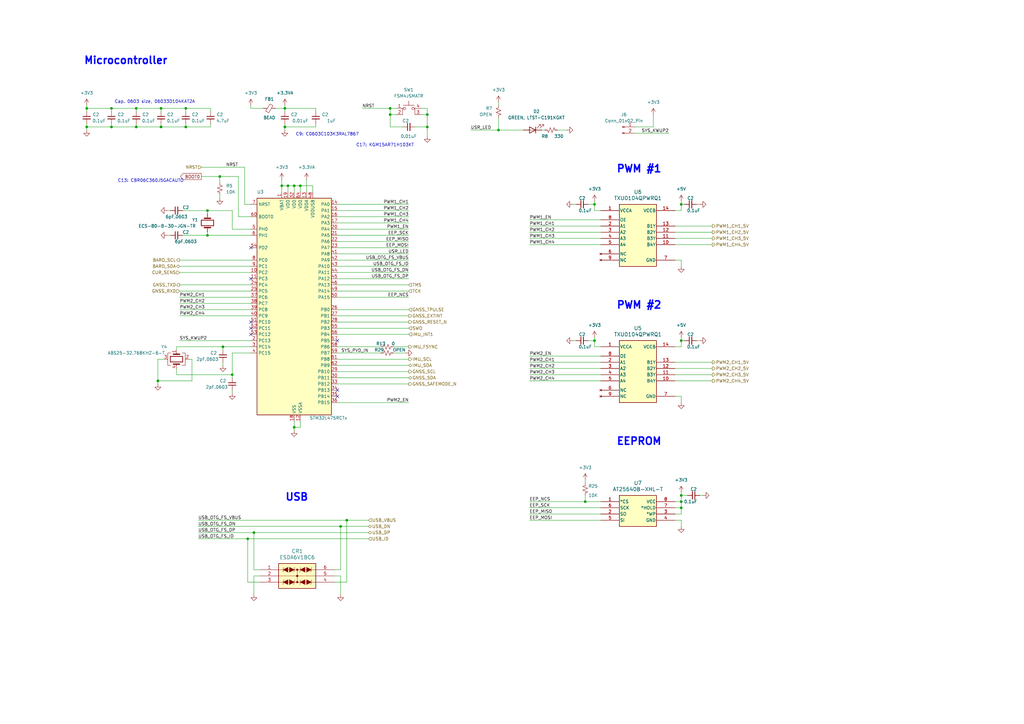
<source format=kicad_sch>
(kicad_sch (version 20230121) (generator eeschema)
  (paper "A3")
  (title_block (title "STM32L475RCT6") (date "2023-08-15") (rev "0.1"))
  (lib_symbols
    (symbol "Connector:Conn_01x02_Pin" (pin_names (offset 1.016) hide)
      (property "Reference" "J" (at 0 2.54 0))
      (property "Value" "Conn_01x02_Pin" (at 0 -5.08 0))
      (symbol "Conn_01x02_Pin_1_1"
        (pin passive line (at 5.08 0 180) (length 3.81) (name "Pin_1") (number "1"))
        (pin passive line (at 5.08 -2.54 180) (length 3.81) (name "Pin_2") (number "2"))
      )
    )
    (symbol "Device:C_Small" (pin_numbers hide) (pin_names (offset 0.254) hide)
      (property "Reference" "C" (at 0.254 1.778 0))
      (property "Value" "C_Small" (at 0.254 -2.032 0))
      (symbol "C_Small_1_1"
        (pin passive line (at 0 2.54 270) (length 2.032) (name "~") (number "1"))
        (pin passive line (at 0 -2.54 90) (length 2.032) (name "~") (number "2"))
      )
    )
    (symbol "Device:Crystal" (pin_numbers hide) (pin_names (offset 1.016) hide)
      (property "Reference" "Y" (at 0 3.81 0))
      (property "Value" "Crystal" (at 0 -3.81 0))
      (symbol "Crystal_1_1"
        (pin passive line (at -3.81 0 0) (length 1.27) (name "1") (number "1"))
        (pin passive line (at 3.81 0 180) (length 1.27) (name "2") (number "2"))
      )
    )
    (symbol "Device:FerriteBead_Small" (pin_numbers hide) (pin_names (offset 0))
      (property "Reference" "FB" (at 1.905 1.27 0))
      (property "Value" "FerriteBead_Small" (at 1.905 -1.27 0))
      (symbol "FerriteBead_Small_1_1"
        (pin passive line (at 0 2.54 270) (length 1.27) (name "~") (number "1"))
        (pin passive line (at 0 -2.54 90) (length 1.27) (name "~") (number "2"))
      )
    )
    (symbol "Device:LED" (pin_numbers hide) (pin_names (offset 1.016) hide)
      (property "Reference" "D" (at 0 2.54 0))
      (property "Value" "LED" (at 0 -2.54 0))
      (symbol "LED_1_1"
        (pin passive line (at -3.81 0 0) (length 2.54) (name "K") (number "1"))
        (pin passive line (at 3.81 0 180) (length 2.54) (name "A") (number "2"))
      )
    )
    (symbol "Device:R_Small_US" (pin_numbers hide) (pin_names (offset 0.254) hide)
      (property "Reference" "R" (at 0.762 0.508 0))
      (property "Value" "R_Small_US" (at 0.762 -1.016 0))
      (symbol "R_Small_US_1_1"
        (pin passive line (at 0 2.54 270) (length 1.016) (name "~") (number "1"))
        (pin passive line (at 0 -2.54 90) (length 1.016) (name "~") (number "2"))
      )
    )
    (symbol "Drone_FCU:AT25640B-XHL-T" (pin_names (offset 0.254))
      (property "Reference" "U" (at 0 10.16 0))
      (property "Value" "AT25640B-XHL-T" (at 2.54 7.62 0))
      (symbol "AT25640B-XHL-T_0_1"
        (pin unspecified line (at -15.24 3.81 0) (length 7.62) (name "*CS") (number "1"))
        (pin output line (at -15.24 -1.27 0) (length 7.62) (name "SO") (number "2"))
        (pin unspecified line (at 15.24 -1.27 180) (length 7.62) (name "*WP") (number "3"))
        (pin power_in line (at 15.24 -3.81 180) (length 7.62) (name "GND") (number "4"))
        (pin input line (at -15.24 -3.81 0) (length 7.62) (name "SI") (number "5"))
        (pin unspecified line (at -15.24 1.27 0) (length 7.62) (name "SCK") (number "6"))
        (pin input line (at 15.24 1.27 180) (length 7.62) (name "*HOLD") (number "7"))
        (pin power_in line (at 15.24 3.81 180) (length 7.62) (name "VCC") (number "8"))
      )
    )
    (symbol "Drone_FCU:Crystal_GND14" (pin_names hide)
      (property "Reference" "U" (at -2.54 5.08 0))
      (property "Value" "Crystal_GND14" (at 7.62 -5.08 0))
      (symbol "Crystal_GND14_1_1"
        (pin passive line (at -3.81 0 0) (length 1.27) (name "1") (number "1"))
        (pin power_out line (at 0 5.08 270) (length 1.27) (name "GND") (number "2"))
        (pin power_out line (at 0 -5.08 90) (length 1.27) (name "GND") (number "3"))
        (pin passive line (at 3.81 0 180) (length 1.27) (name "4") (number "4"))
      )
    )
    (symbol "Drone_FCU:ESDA6V1BC6" (pin_names (offset 0.254) hide)
      (property "Reference" "CR" (at 20.32 6.35 0))
      (property "Value" "ESDA6V1BC6" (at 20.32 3.81 0))
      (symbol "ESDA6V1BC6_0_1"
        (pin unspecified line (at 5.08 0 0) (length 7.62) (name "1") (number "1"))
        (pin unspecified line (at 5.08 -2.54 0) (length 7.62) (name "2") (number "2"))
        (pin unspecified line (at 5.08 -5.08 0) (length 7.62) (name "3") (number "3"))
        (pin unspecified line (at 35.56 -5.08 180) (length 7.62) (name "4") (number "4"))
        (pin unspecified line (at 35.56 -2.54 180) (length 7.62) (name "5") (number "5"))
        (pin unspecified line (at 35.56 0 180) (length 7.62) (name "6") (number "6"))
      )
    )
    (symbol "Drone_FCU:TXU0104QPWRQ1" (pin_names (offset 0.254))
      (property "Reference" "U" (at -6.35 13.97 0))
      (property "Value" "TXU0104QPWRQ1" (at 2.54 -13.97 0))
      (symbol "TXU0104QPWRQ1_0_1"
        (pin power_in line (at -15.24 10.16 0) (length 7.62) (name "VCCA") (number "1"))
        (pin bidirectional line (at 15.24 -3.81 180) (length 7.62) (name "B4Y") (number "10"))
        (pin bidirectional line (at 15.24 -1.27 180) (length 7.62) (name "B3Y") (number "11"))
        (pin bidirectional line (at 15.24 1.27 180) (length 7.62) (name "B2Y") (number "12"))
        (pin bidirectional line (at 15.24 3.81 180) (length 7.62) (name "B1Y") (number "13"))
        (pin power_in line (at 15.24 10.16 180) (length 7.62) (name "VCCB") (number "14"))
        (pin bidirectional line (at -15.24 3.81 0) (length 7.62) (name "A1") (number "2"))
        (pin bidirectional line (at -15.24 1.27 0) (length 7.62) (name "A2") (number "3"))
        (pin bidirectional line (at -15.24 -1.27 0) (length 7.62) (name "A3") (number "4"))
        (pin bidirectional line (at -15.24 -3.81 0) (length 7.62) (name "A4") (number "5"))
        (pin no_connect line (at -15.24 -7.62 0) (length 7.62) (name "NC") (number "6"))
        (pin power_out line (at 15.24 -10.16 180) (length 7.62) (name "GND") (number "7"))
        (pin unspecified line (at -15.24 6.35 0) (length 7.62) (name "OE") (number "8"))
        (pin no_connect line (at -15.24 -10.16 0) (length 7.62) (name "NC") (number "9"))
      )
    )
    (symbol "MCU_ST_STM32L4:STM32L475RCTx"
      (property "Reference" "U" (at -15.24 46.99 0))
      (property "Value" "STM32L475RCTx" (at 10.16 46.99 0))
      (symbol "STM32L475RCTx_1_1"
        (pin power_in line (at -5.08 48.26 270) (length 2.54) (name "VBAT") (number "1"))
        (pin bidirectional line (at -17.78 15.24 0) (length 2.54) (name "PC2") (number "10"))
        (pin bidirectional line (at -17.78 12.7 0) (length 2.54) (name "PC3") (number "11"))
        (pin power_in line (at 2.54 -45.72 90) (length 2.54) (name "VSSA") (number "12"))
        (pin power_in line (at 5.08 48.26 270) (length 2.54) (name "VDDA") (number "13"))
        (pin bidirectional line (at 17.78 43.18 180) (length 2.54) (name "PA0") (number "14"))
        (pin bidirectional line (at 17.78 40.64 180) (length 2.54) (name "PA1") (number "15"))
        (pin bidirectional line (at 17.78 38.1 180) (length 2.54) (name "PA2") (number "16"))
        (pin bidirectional line (at 17.78 35.56 180) (length 2.54) (name "PA3") (number "17"))
        (pin power_in line (at 0 -45.72 90) (length 2.54) (name "VSS") (number "18"))
        (pin power_in line (at -2.54 48.26 270) (length 2.54) (name "VDD") (number "19"))
        (pin bidirectional line (at -17.78 -12.7 0) (length 2.54) (name "PC13") (number "2"))
        (pin bidirectional line (at 17.78 33.02 180) (length 2.54) (name "PA4") (number "20"))
        (pin bidirectional line (at 17.78 30.48 180) (length 2.54) (name "PA5") (number "21"))
        (pin bidirectional line (at 17.78 27.94 180) (length 2.54) (name "PA6") (number "22"))
        (pin bidirectional line (at 17.78 25.4 180) (length 2.54) (name "PA7") (number "23"))
        (pin bidirectional line (at -17.78 10.16 0) (length 2.54) (name "PC4") (number "24"))
        (pin bidirectional line (at -17.78 7.62 0) (length 2.54) (name "PC5") (number "25"))
        (pin bidirectional line (at 17.78 0 180) (length 2.54) (name "PB0") (number "26"))
        (pin bidirectional line (at 17.78 -2.54 180) (length 2.54) (name "PB1") (number "27"))
        (pin bidirectional line (at 17.78 -5.08 180) (length 2.54) (name "PB2") (number "28"))
        (pin bidirectional line (at 17.78 -25.4 180) (length 2.54) (name "PB10") (number "29"))
        (pin bidirectional line (at -17.78 -15.24 0) (length 2.54) (name "PC14") (number "3"))
        (pin bidirectional line (at 17.78 -27.94 180) (length 2.54) (name "PB11") (number "30"))
        (pin passive line (at 0 -45.72 90) (length 2.54) hide (name "VSS") (number "31"))
        (pin power_in line (at 0 48.26 270) (length 2.54) (name "VDD") (number "32"))
        (pin bidirectional line (at 17.78 -30.48 180) (length 2.54) (name "PB12") (number "33"))
        (pin bidirectional line (at 17.78 -33.02 180) (length 2.54) (name "PB13") (number "34"))
        (pin bidirectional line (at 17.78 -35.56 180) (length 2.54) (name "PB14") (number "35"))
        (pin bidirectional line (at 17.78 -38.1 180) (length 2.54) (name "PB15") (number "36"))
        (pin bidirectional line (at -17.78 5.08 0) (length 2.54) (name "PC6") (number "37"))
        (pin bidirectional line (at -17.78 2.54 0) (length 2.54) (name "PC7") (number "38"))
        (pin bidirectional line (at -17.78 0 0) (length 2.54) (name "PC8") (number "39"))
        (pin bidirectional line (at -17.78 -17.78 0) (length 2.54) (name "PC15") (number "4"))
        (pin bidirectional line (at -17.78 -2.54 0) (length 2.54) (name "PC9") (number "40"))
        (pin bidirectional line (at 17.78 22.86 180) (length 2.54) (name "PA8") (number "41"))
        (pin bidirectional line (at 17.78 20.32 180) (length 2.54) (name "PA9") (number "42"))
        (pin bidirectional line (at 17.78 17.78 180) (length 2.54) (name "PA10") (number "43"))
        (pin bidirectional line (at 17.78 15.24 180) (length 2.54) (name "PA11") (number "44"))
        (pin bidirectional line (at 17.78 12.7 180) (length 2.54) (name "PA12") (number "45"))
        (pin bidirectional line (at 17.78 10.16 180) (length 2.54) (name "PA13") (number "46"))
        (pin passive line (at 0 -45.72 90) (length 2.54) hide (name "VSS") (number "47"))
        (pin power_in line (at 7.62 48.26 270) (length 2.54) (name "VDDUSB") (number "48"))
        (pin bidirectional line (at 17.78 7.62 180) (length 2.54) (name "PA14") (number "49"))
        (pin bidirectional line (at -17.78 33.02 0) (length 2.54) (name "PH0") (number "5"))
        (pin bidirectional line (at 17.78 5.08 180) (length 2.54) (name "PA15") (number "50"))
        (pin bidirectional line (at -17.78 -5.08 0) (length 2.54) (name "PC10") (number "51"))
        (pin bidirectional line (at -17.78 -7.62 0) (length 2.54) (name "PC11") (number "52"))
        (pin bidirectional line (at -17.78 -10.16 0) (length 2.54) (name "PC12") (number "53"))
        (pin bidirectional line (at -17.78 25.4 0) (length 2.54) (name "PD2") (number "54"))
        (pin bidirectional line (at 17.78 -7.62 180) (length 2.54) (name "PB3") (number "55"))
        (pin bidirectional line (at 17.78 -10.16 180) (length 2.54) (name "PB4") (number "56"))
        (pin bidirectional line (at 17.78 -12.7 180) (length 2.54) (name "PB5") (number "57"))
        (pin bidirectional line (at 17.78 -15.24 180) (length 2.54) (name "PB6") (number "58"))
        (pin bidirectional line (at 17.78 -17.78 180) (length 2.54) (name "PB7") (number "59"))
        (pin bidirectional line (at -17.78 30.48 0) (length 2.54) (name "PH1") (number "6"))
        (pin input line (at -17.78 38.1 0) (length 2.54) (name "BOOT0") (number "60"))
        (pin bidirectional line (at 17.78 -20.32 180) (length 2.54) (name "PB8") (number "61"))
        (pin bidirectional line (at 17.78 -22.86 180) (length 2.54) (name "PB9") (number "62"))
        (pin passive line (at 0 -45.72 90) (length 2.54) hide (name "VSS") (number "63"))
        (pin power_in line (at 2.54 48.26 270) (length 2.54) (name "VDD") (number "64"))
        (pin input line (at -17.78 43.18 0) (length 2.54) (name "NRST") (number "7"))
        (pin bidirectional line (at -17.78 20.32 0) (length 2.54) (name "PC0") (number "8"))
        (pin bidirectional line (at -17.78 17.78 0) (length 2.54) (name "PC1") (number "9"))
      )
    )
    (symbol "Switch:SW_MEC_5E" (pin_names (offset 1.016) hide)
      (property "Reference" "SW" (at 0.635 5.715 0))
      (property "Value" "SW_MEC_5E" (at 0 -3.175 0))
      (symbol "SW_MEC_5E_0_1"
        (pin passive line (at -5.08 2.54 0) (length 2.54) (name "1") (number "1"))
        (pin passive line (at -5.08 0 0) (length 2.54) (name "2") (number "2"))
        (pin passive line (at 5.08 0 180) (length 2.54) (name "K") (number "3"))
        (pin passive line (at 5.08 2.54 180) (length 2.54) (name "A") (number "4"))
      )
    )
    (symbol "power:+3.3VA" (power) (pin_names (offset 0))
      (property "Value" "+3.3VA" (at 0 3.556 0))
      (symbol "+3.3VA_1_1"
        (pin power_in line (at 0 0 90) (length 0) hide (name "+3.3VA") (number "1"))
      )
    )
    (symbol "power:+3V3" (power) (pin_names (offset 0))
      (property "Value" "+3V3" (at 0 3.556 0))
      (symbol "+3V3_1_1"
        (pin power_in line (at 0 0 90) (length 0) hide (name "+3V3") (number "1"))
      )
    )
    (symbol "power:+5V" (power) (pin_names (offset 0))
      (property "Value" "+5V" (at 0 3.556 0))
      (symbol "+5V_1_1"
        (pin power_in line (at 0 0 90) (length 0) hide (name "+5V") (number "1"))
      )
    )
    (symbol "power:GND" (power) (pin_names (offset 0))
      (property "Value" "GND" (at 0 -3.81 0))
      (symbol "GND_1_1"
        (pin power_in line (at 0 0 270) (length 0) hide (name "GND") (number "1"))
      )
    )
  )
  (junction (at 139.7 215.9))
  (junction (at 90.17 72.39))
  (junction (at 243.84 83.82))
  (junction (at 160.02 46.99))
  (junction (at 76.2 52.07))
  (junction (at 101.6 220.98))
  (junction (at 279.4 208.28))
  (junction (at 104.14 218.44))
  (junction (at 204.47 53.34))
  (junction (at 175.26 46.99))
  (junction (at 116.84 44.45))
  (junction (at 279.4 139.7))
  (junction (at 175.26 52.07))
  (junction (at 123.19 76.2))
  (junction (at 35.56 44.45))
  (junction (at 120.65 76.2))
  (junction (at 64.77 156.21))
  (junction (at 66.04 52.07))
  (junction (at 240.03 205.74))
  (junction (at 45.72 52.07))
  (junction (at 91.44 142.24))
  (junction (at 85.09 86.36))
  (junction (at 95.25 153.67))
  (junction (at 118.11 76.2))
  (junction (at 115.57 76.2))
  (junction (at 55.88 52.07))
  (junction (at 160.02 44.45))
  (junction (at 35.56 52.07))
  (junction (at 279.4 83.82))
  (junction (at 142.24 213.36))
  (junction (at 66.04 44.45))
  (junction (at 45.72 44.45))
  (junction (at 243.84 139.7))
  (junction (at 55.88 44.45))
  (junction (at 116.84 52.07))
  (junction (at 120.65 175.26))
  (junction (at 76.2 44.45))
  (junction (at 279.4 203.2))
  (junction (at 279.4 205.74))
  (junction (at 85.09 96.52))
  (no_connect (at 102.87 132.08))
  (no_connect (at 102.87 101.6))
  (no_connect (at 102.87 134.62))
  (no_connect (at 138.43 160.02))
  (no_connect (at 138.43 139.7))
  (no_connect (at 138.43 162.56))
  (no_connect (at 102.87 137.16))
  (no_connect (at 102.87 114.3))
  (wire (pts (xy 138.43 114.3) (xy 167.64 114.3)))
  (wire (pts (xy 279.4 86.36) (xy 276.86 86.36)))
  (wire (pts (xy 217.17 153.67) (xy 246.38 153.67)))
  (wire (pts (xy 276.86 213.36) (xy 279.4 213.36)))
  (wire (pts (xy 35.56 44.45) (xy 45.72 44.45)))
  (wire (pts (xy 104.14 218.44) (xy 104.14 233.68)))
  (wire (pts (xy 170.18 52.07) (xy 175.26 52.07)))
  (wire (pts (xy 55.88 44.45) (xy 66.04 44.45)))
  (wire (pts (xy 217.17 156.21) (xy 246.38 156.21)))
  (wire (pts (xy 104.14 218.44) (xy 151.13 218.44)))
  (wire (pts (xy 101.6 220.98) (xy 101.6 238.76)))
  (wire (pts (xy 123.19 76.2) (xy 123.19 78.74)))
  (wire (pts (xy 74.93 86.36) (xy 85.09 86.36)))
  (wire (pts (xy 279.4 162.56) (xy 279.4 165.1)))
  (wire (pts (xy 35.56 50.8) (xy 35.56 52.07)))
  (wire (pts (xy 142.24 213.36) (xy 151.13 213.36)))
  (wire (pts (xy 243.84 139.7) (xy 243.84 142.24)))
  (wire (pts (xy 160.02 44.45) (xy 162.56 44.45)))
  (wire (pts (xy 55.88 52.07) (xy 66.04 52.07)))
  (wire (pts (xy 276.86 156.21) (xy 292.1 156.21)))
  (wire (pts (xy 243.84 86.36) (xy 246.38 86.36)))
  (wire (pts (xy 138.43 121.92) (xy 167.64 121.92)))
  (wire (pts (xy 102.87 43.18) (xy 102.87 44.45)))
  (wire (pts (xy 285.75 83.82) (xy 287.02 83.82)))
  (wire (pts (xy 276.86 205.74) (xy 279.4 205.74)))
  (wire (pts (xy 240.03 205.74) (xy 246.38 205.74)))
  (wire (pts (xy 138.43 144.78) (xy 156.21 144.78)))
  (wire (pts (xy 35.56 52.07) (xy 35.56 53.34)))
  (wire (pts (xy 138.43 157.48) (xy 167.64 157.48)))
  (wire (pts (xy 276.86 100.33) (xy 292.1 100.33)))
  (wire (pts (xy 138.43 101.6) (xy 167.64 101.6)))
  (wire (pts (xy 204.47 41.91) (xy 204.47 43.18)))
  (wire (pts (xy 279.4 203.2) (xy 279.4 205.74)))
  (wire (pts (xy 279.4 210.82) (xy 279.4 208.28)))
  (wire (pts (xy 139.7 236.22) (xy 137.16 236.22)))
  (wire (pts (xy 217.17 208.28) (xy 246.38 208.28)))
  (wire (pts (xy 76.2 52.07) (xy 76.2 50.8)))
  (wire (pts (xy 66.04 44.45) (xy 66.04 45.72)))
  (wire (pts (xy 139.7 243.84) (xy 139.7 236.22)))
  (wire (pts (xy 86.36 44.45) (xy 86.36 45.72)))
  (wire (pts (xy 123.19 76.2) (xy 128.27 76.2)))
  (wire (pts (xy 138.43 83.82) (xy 167.64 83.82)))
  (wire (pts (xy 276.86 208.28) (xy 279.4 208.28)))
  (wire (pts (xy 118.11 76.2) (xy 118.11 78.74)))
  (wire (pts (xy 129.54 52.07) (xy 129.54 50.8)))
  (wire (pts (xy 234.95 83.82) (xy 236.22 83.82)))
  (wire (pts (xy 161.29 144.78) (xy 166.37 144.78)))
  (wire (pts (xy 78.74 147.32) (xy 78.74 156.21)))
  (wire (pts (xy 116.84 43.18) (xy 116.84 44.45)))
  (wire (pts (xy 217.17 100.33) (xy 246.38 100.33)))
  (wire (pts (xy 137.16 238.76) (xy 142.24 238.76)))
  (wire (pts (xy 138.43 142.24) (xy 156.21 142.24)))
  (wire (pts (xy 68.58 86.36) (xy 69.85 86.36)))
  (wire (pts (xy 137.16 233.68) (xy 139.7 233.68)))
  (wire (pts (xy 138.43 119.38) (xy 167.64 119.38)))
  (wire (pts (xy 217.17 151.13) (xy 246.38 151.13)))
  (wire (pts (xy 125.73 73.66) (xy 125.73 78.74)))
  (wire (pts (xy 45.72 44.45) (xy 55.88 44.45)))
  (wire (pts (xy 116.84 52.07) (xy 116.84 53.34)))
  (wire (pts (xy 120.65 175.26) (xy 120.65 176.53)))
  (wire (pts (xy 106.68 233.68) (xy 104.14 233.68)))
  (wire (pts (xy 106.68 236.22) (xy 104.14 236.22)))
  (wire (pts (xy 276.86 151.13) (xy 292.1 151.13)))
  (wire (pts (xy 276.86 148.59) (xy 292.1 148.59)))
  (wire (pts (xy 138.43 127) (xy 167.64 127)))
  (wire (pts (xy 102.87 44.45) (xy 107.95 44.45)))
  (wire (pts (xy 73.66 124.46) (xy 102.87 124.46)))
  (wire (pts (xy 85.09 86.36) (xy 95.25 86.36)))
  (wire (pts (xy 81.28 215.9) (xy 139.7 215.9)))
  (wire (pts (xy 35.56 44.45) (xy 35.56 45.72)))
  (wire (pts (xy 120.65 172.72) (xy 120.65 175.26)))
  (wire (pts (xy 161.29 142.24) (xy 167.64 142.24)))
  (wire (pts (xy 281.94 203.2) (xy 279.4 203.2)))
  (wire (pts (xy 86.36 50.8) (xy 86.36 52.07)))
  (wire (pts (xy 82.55 72.39) (xy 90.17 72.39)))
  (wire (pts (xy 74.93 96.52) (xy 85.09 96.52)))
  (wire (pts (xy 138.43 137.16) (xy 167.64 137.16)))
  (wire (pts (xy 73.66 109.22) (xy 102.87 109.22)))
  (wire (pts (xy 138.43 154.94) (xy 167.64 154.94)))
  (wire (pts (xy 217.17 95.25) (xy 246.38 95.25)))
  (wire (pts (xy 228.6 53.34) (xy 232.41 53.34)))
  (wire (pts (xy 82.55 68.58) (xy 100.33 68.58)))
  (wire (pts (xy 138.43 109.22) (xy 167.64 109.22)))
  (wire (pts (xy 81.28 218.44) (xy 104.14 218.44)))
  (wire (pts (xy 77.47 147.32) (xy 78.74 147.32)))
  (wire (pts (xy 138.43 93.98) (xy 167.64 93.98)))
  (wire (pts (xy 91.44 142.24) (xy 102.87 142.24)))
  (wire (pts (xy 138.43 152.4) (xy 167.64 152.4)))
  (wire (pts (xy 115.57 76.2) (xy 118.11 76.2)))
  (wire (pts (xy 279.4 83.82) (xy 279.4 86.36)))
  (wire (pts (xy 45.72 52.07) (xy 45.72 50.8)))
  (wire (pts (xy 160.02 46.99) (xy 160.02 52.07)))
  (wire (pts (xy 72.39 142.24) (xy 91.44 142.24)))
  (wire (pts (xy 100.33 68.58) (xy 100.33 83.82)))
  (wire (pts (xy 175.26 52.07) (xy 175.26 55.88)))
  (wire (pts (xy 279.4 142.24) (xy 276.86 142.24)))
  (wire (pts (xy 116.84 50.8) (xy 116.84 52.07)))
  (wire (pts (xy 72.39 143.51) (xy 72.39 142.24)))
  (wire (pts (xy 276.86 210.82) (xy 279.4 210.82)))
  (wire (pts (xy 279.4 83.82) (xy 280.67 83.82)))
  (wire (pts (xy 91.44 148.59) (xy 91.44 149.86)))
  (wire (pts (xy 240.03 205.74) (xy 240.03 203.2)))
  (wire (pts (xy 279.4 208.28) (xy 279.4 205.74)))
  (wire (pts (xy 118.11 76.2) (xy 120.65 76.2)))
  (wire (pts (xy 267.97 46.99) (xy 267.97 52.07)))
  (wire (pts (xy 241.3 83.82) (xy 243.84 83.82)))
  (wire (pts (xy 68.58 96.52) (xy 69.85 96.52)))
  (wire (pts (xy 104.14 236.22) (xy 104.14 243.84)))
  (wire (pts (xy 113.03 44.45) (xy 116.84 44.45)))
  (wire (pts (xy 138.43 149.86) (xy 167.64 149.86)))
  (wire (pts (xy 123.19 175.26) (xy 123.19 172.72)))
  (wire (pts (xy 279.4 106.68) (xy 279.4 109.22)))
  (wire (pts (xy 279.4 139.7) (xy 280.67 139.7)))
  (wire (pts (xy 76.2 44.45) (xy 86.36 44.45)))
  (wire (pts (xy 95.25 86.36) (xy 95.25 93.98)))
  (wire (pts (xy 175.26 52.07) (xy 175.26 46.99)))
  (wire (pts (xy 217.17 148.59) (xy 246.38 148.59)))
  (wire (pts (xy 85.09 96.52) (xy 102.87 96.52)))
  (wire (pts (xy 64.77 147.32) (xy 67.31 147.32)))
  (wire (pts (xy 285.75 139.7) (xy 287.02 139.7)))
  (wire (pts (xy 85.09 86.36) (xy 85.09 87.63)))
  (wire (pts (xy 100.33 83.82) (xy 102.87 83.82)))
  (wire (pts (xy 243.84 138.43) (xy 243.84 139.7)))
  (wire (pts (xy 116.84 44.45) (xy 129.54 44.45)))
  (wire (pts (xy 90.17 72.39) (xy 90.17 74.93)))
  (wire (pts (xy 142.24 238.76) (xy 142.24 213.36)))
  (wire (pts (xy 85.09 95.25) (xy 85.09 96.52)))
  (wire (pts (xy 288.29 203.2) (xy 287.02 203.2)))
  (wire (pts (xy 240.03 196.85) (xy 240.03 198.12)))
  (wire (pts (xy 97.79 72.39) (xy 97.79 88.9)))
  (wire (pts (xy 116.84 52.07) (xy 129.54 52.07)))
  (wire (pts (xy 66.04 52.07) (xy 76.2 52.07)))
  (wire (pts (xy 276.86 97.79) (xy 292.1 97.79)))
  (wire (pts (xy 95.25 153.67) (xy 95.25 144.78)))
  (wire (pts (xy 115.57 76.2) (xy 115.57 78.74)))
  (wire (pts (xy 138.43 134.62) (xy 167.64 134.62)))
  (wire (pts (xy 95.25 144.78) (xy 102.87 144.78)))
  (wire (pts (xy 138.43 165.1) (xy 167.64 165.1)))
  (wire (pts (xy 90.17 80.01) (xy 90.17 81.28)))
  (wire (pts (xy 243.84 82.55) (xy 243.84 83.82)))
  (wire (pts (xy 160.02 46.99) (xy 160.02 44.45)))
  (wire (pts (xy 222.25 53.34) (xy 223.52 53.34)))
  (wire (pts (xy 172.72 46.99) (xy 175.26 46.99)))
  (wire (pts (xy 276.86 106.68) (xy 279.4 106.68)))
  (wire (pts (xy 234.95 139.7) (xy 236.22 139.7)))
  (wire (pts (xy 217.17 210.82) (xy 246.38 210.82)))
  (wire (pts (xy 72.39 153.67) (xy 95.25 153.67)))
  (wire (pts (xy 243.84 142.24) (xy 246.38 142.24)))
  (wire (pts (xy 115.57 73.66) (xy 115.57 76.2)))
  (wire (pts (xy 279.4 201.93) (xy 279.4 203.2)))
  (wire (pts (xy 260.35 54.61) (xy 274.32 54.61)))
  (wire (pts (xy 217.17 146.05) (xy 246.38 146.05)))
  (wire (pts (xy 73.66 106.68) (xy 102.87 106.68)))
  (wire (pts (xy 279.4 138.43) (xy 279.4 139.7)))
  (wire (pts (xy 260.35 52.07) (xy 267.97 52.07)))
  (wire (pts (xy 91.44 142.24) (xy 91.44 143.51)))
  (wire (pts (xy 175.26 44.45) (xy 175.26 46.99)))
  (wire (pts (xy 138.43 111.76) (xy 167.64 111.76)))
  (wire (pts (xy 138.43 132.08) (xy 167.64 132.08)))
  (wire (pts (xy 45.72 45.72) (xy 45.72 44.45)))
  (wire (pts (xy 138.43 88.9) (xy 167.64 88.9)))
  (wire (pts (xy 95.25 93.98) (xy 102.87 93.98)))
  (wire (pts (xy 138.43 99.06) (xy 167.64 99.06)))
  (wire (pts (xy 162.56 46.99) (xy 160.02 46.99)))
  (wire (pts (xy 276.86 92.71) (xy 292.1 92.71)))
  (wire (pts (xy 217.17 213.36) (xy 246.38 213.36)))
  (wire (pts (xy 193.04 53.34) (xy 204.47 53.34)))
  (wire (pts (xy 66.04 44.45) (xy 76.2 44.45)))
  (wire (pts (xy 64.77 156.21) (xy 64.77 157.48)))
  (wire (pts (xy 138.43 129.54) (xy 167.64 129.54)))
  (wire (pts (xy 279.4 213.36) (xy 279.4 215.9)))
  (wire (pts (xy 129.54 44.45) (xy 129.54 45.72)))
  (wire (pts (xy 35.56 43.18) (xy 35.56 44.45)))
  (wire (pts (xy 73.66 139.7) (xy 102.87 139.7)))
  (wire (pts (xy 138.43 116.84) (xy 167.64 116.84)))
  (wire (pts (xy 172.72 44.45) (xy 175.26 44.45)))
  (wire (pts (xy 81.28 220.98) (xy 101.6 220.98)))
  (wire (pts (xy 148.59 44.45) (xy 160.02 44.45)))
  (wire (pts (xy 106.68 238.76) (xy 101.6 238.76)))
  (wire (pts (xy 243.84 83.82) (xy 243.84 86.36)))
  (wire (pts (xy 76.2 44.45) (xy 76.2 45.72)))
  (wire (pts (xy 241.3 139.7) (xy 243.84 139.7)))
  (wire (pts (xy 276.86 95.25) (xy 292.1 95.25)))
  (wire (pts (xy 95.25 153.67) (xy 95.25 154.94)))
  (wire (pts (xy 73.66 127) (xy 102.87 127)))
  (wire (pts (xy 73.66 111.76) (xy 102.87 111.76)))
  (wire (pts (xy 217.17 205.74) (xy 240.03 205.74)))
  (wire (pts (xy 217.17 97.79) (xy 246.38 97.79)))
  (wire (pts (xy 66.04 50.8) (xy 66.04 52.07)))
  (wire (pts (xy 138.43 104.14) (xy 167.64 104.14)))
  (wire (pts (xy 138.43 96.52) (xy 167.64 96.52)))
  (wire (pts (xy 276.86 162.56) (xy 279.4 162.56)))
  (wire (pts (xy 81.28 213.36) (xy 142.24 213.36)))
  (wire (pts (xy 204.47 48.26) (xy 204.47 53.34)))
  (wire (pts (xy 101.6 220.98) (xy 151.13 220.98)))
  (wire (pts (xy 90.17 72.39) (xy 97.79 72.39)))
  (wire (pts (xy 97.79 88.9) (xy 102.87 88.9)))
  (wire (pts (xy 279.4 139.7) (xy 279.4 142.24)))
  (wire (pts (xy 64.77 156.21) (xy 64.77 147.32)))
  (wire (pts (xy 73.66 116.84) (xy 102.87 116.84)))
  (wire (pts (xy 204.47 53.34) (xy 214.63 53.34)))
  (wire (pts (xy 45.72 52.07) (xy 55.88 52.07)))
  (wire (pts (xy 217.17 90.17) (xy 246.38 90.17)))
  (wire (pts (xy 116.84 44.45) (xy 116.84 45.72)))
  (wire (pts (xy 128.27 76.2) (xy 128.27 78.74)))
  (wire (pts (xy 55.88 44.45) (xy 55.88 45.72)))
  (wire (pts (xy 95.25 160.02) (xy 95.25 161.29)))
  (wire (pts (xy 86.36 52.07) (xy 76.2 52.07)))
  (wire (pts (xy 217.17 92.71) (xy 246.38 92.71)))
  (wire (pts (xy 72.39 151.13) (xy 72.39 153.67)))
  (wire (pts (xy 138.43 91.44) (xy 167.64 91.44)))
  (wire (pts (xy 120.65 76.2) (xy 120.65 78.74)))
  (wire (pts (xy 139.7 215.9) (xy 139.7 233.68)))
  (wire (pts (xy 138.43 106.68) (xy 167.64 106.68)))
  (wire (pts (xy 35.56 52.07) (xy 45.72 52.07)))
  (wire (pts (xy 139.7 215.9) (xy 151.13 215.9)))
  (wire (pts (xy 55.88 50.8) (xy 55.88 52.07)))
  (wire (pts (xy 276.86 153.67) (xy 292.1 153.67)))
  (wire (pts (xy 120.65 175.26) (xy 123.19 175.26)))
  (wire (pts (xy 78.74 156.21) (xy 64.77 156.21)))
  (wire (pts (xy 73.66 119.38) (xy 102.87 119.38)))
  (wire (pts (xy 120.65 76.2) (xy 123.19 76.2)))
  (wire (pts (xy 138.43 86.36) (xy 167.64 86.36)))
  (wire (pts (xy 160.02 52.07) (xy 165.1 52.07)))
  (wire (pts (xy 138.43 147.32) (xy 167.64 147.32)))
  (wire (pts (xy 279.4 82.55) (xy 279.4 83.82)))
  (wire (pts (xy 73.66 129.54) (xy 102.87 129.54)))
  (wire (pts (xy 73.66 121.92) (xy 102.87 121.92)))
  (text "PWM #2" (at 252.73 127 0) (effects (font (size 3 3) (thickness 0.6) bold) (justify left bottom)))
  (text "USB" (at 116.84 205.74 0) (effects (font (size 3 3) (thickness 0.6) bold) (justify left bottom)))
  (text "C9: C0603C103K3RAL7867" (at 121.285 55.88 0) (effects (font (size 1.27 1.27)) (justify left bottom)))
  (text "EEPROM" (at 252.73 182.88 0) (effects (font (size 3 3) (thickness 0.6) bold) (justify left bottom)))
  (text "C17: KGM15AR71H103KT " (at 146.05 60.325 0) (effects (font (size 1.27 1.27)) (justify left bottom)))
  (text "PWM #1" (at 252.73 71.12 0) (effects (font (size 3 3) (thickness 0.6) bold) (justify left bottom)))
  (text "Cap. 0603 size, 06033D104KAT2A" (at 46.99 42.545 0) (effects (font (size 1.27 1.27)) (justify left bottom)))
  (text "C13: CBR06C360J5GACAUTO" (at 48.26 74.93 0) (effects (font (size 1.27 1.27)) (justify left bottom)))
  (text "Microcontroller" (at 34.29 26.67 0) (effects (font (size 3 3) (thickness 0.6) bold) (justify left bottom)))
  (label "SYS_KWUP2" (at 274.32 54.61 180))
  (label "PWM2_CH1" (at 73.66 121.92 0))
  (label "PWM1_CH2" (at 217.17 95.25 0))
  (label "SYS_KWUP2" (at 73.66 139.7 0))
  (label "PWM2_CH3" (at 73.66 127 0))
  (label "EEP_NCS" (at 217.17 205.74 0))
  (label "PWM2_EN" (at 217.17 146.05 0))
  (label "USB_OTG_FS_VBUS" (at 167.64 106.68 180))
  (label "EEP_NCS" (at 167.64 121.92 180))
  (label "NRST" (at 148.59 44.45 0))
  (label "PWM2_CH2" (at 73.66 124.46 0))
  (label "USB_OTG_FS_ID" (at 81.28 220.98 0))
  (label "EEP_SCK" (at 217.17 208.28 0))
  (label "SYS_PVD_IN" (at 151.13 144.78 180))
  (label "PWM1_CH1" (at 217.17 92.71 0))
  (label "NRST" (at 92.71 68.58 0))
  (label "PWM1_CH1" (at 167.64 83.82 180))
  (label "PWM1_EN" (at 167.64 93.98 180))
  (label "EEP_SCK" (at 167.64 96.52 180))
  (label "USB_OTG_FS_DN" (at 81.28 215.9 0))
  (label "EEP_MISO" (at 217.17 210.82 0))
  (label "PWM1_CH4" (at 167.64 91.44 180))
  (label "EEP_MOSI" (at 217.17 213.36 0))
  (label "PWM1_CH4" (at 217.17 100.33 0))
  (label "PWM2_CH4" (at 73.66 129.54 0))
  (label "USB_OTG_FS_ID" (at 167.64 109.22 180))
  (label "USR_LED" (at 193.04 53.34 0))
  (label "PWM1_CH2" (at 167.64 86.36 180))
  (label "USB_OTG_FS_DP" (at 81.28 218.44 0))
  (label "PWM1_EN" (at 217.17 90.17 0))
  (label "PWM2_CH3" (at 217.17 153.67 0))
  (label "PWM1_CH3" (at 217.17 97.79 0))
  (label "PWM2_CH4" (at 217.17 156.21 0))
  (label "PWM2_CH2" (at 217.17 151.13 0))
  (label "USB_OTG_FS_DP" (at 167.64 114.3 180))
  (label "USB_OTG_FS_VBUS" (at 81.28 213.36 0))
  (label "PWM2_CH1" (at 217.17 148.59 0))
  (label "USR_LED" (at 167.64 104.14 180))
  (label "EEP_MOSI" (at 167.64 101.6 180))
  (label "PWM1_CH3" (at 167.64 88.9 180))
  (label "PWM2_EN" (at 167.64 165.1 180))
  (label "USB_OTG_FS_DN" (at 167.64 111.76 180))
  (label "EEP_MISO" (at 167.64 99.06 180))
  (global_label "BOOT0" (shape output) (at 82.55 72.39 180) (property "Intersheetrefs" "${INTERSHEET_REFS}" (effects hide)))
  (hierarchical_label "GNSS_TPULSE" (shape input) (at 167.64 127 0))
  (hierarchical_label "TCK" (shape input) (at 167.64 119.38 0))
  (hierarchical_label "IMU_FSYNC" (shape output) (at 167.64 142.24 0))
  (hierarchical_label "IMU_SCL" (shape output) (at 167.64 147.32 0))
  (hierarchical_label "PWM2_CH1_5V" (shape output) (at 292.1 148.59 0))
  (hierarchical_label "PWM1_CH4_5V" (shape output) (at 292.1 100.33 0))
  (hierarchical_label "USB_ID" (shape input) (at 151.13 220.98 0))
  (hierarchical_label "IMU_SDA" (shape bidirectional) (at 167.64 149.86 0))
  (hierarchical_label "PWM2_CH4_5V" (shape output) (at 292.1 156.21 0))
  (hierarchical_label "PWM2_CH2_5V" (shape output) (at 292.1 151.13 0))
  (hierarchical_label "GNSS_EXTINT" (shape output) (at 167.64 129.54 0))
  (hierarchical_label "PWM1_CH3_5V" (shape output) (at 292.1 97.79 0))
  (hierarchical_label "SWO" (shape input) (at 167.64 134.62 0))
  (hierarchical_label "IMU_INT1" (shape input) (at 167.64 137.16 0))
  (hierarchical_label "USB_DP" (shape bidirectional) (at 151.13 218.44 0))
  (hierarchical_label "GNSS_RESET_N" (shape output) (at 167.64 132.08 0))
  (hierarchical_label "GNSS_RXD" (shape input) (at 73.66 119.38 180))
  (hierarchical_label "PWM1_CH2_5V" (shape output) (at 292.1 95.25 0))
  (hierarchical_label "GNSS_TXD" (shape output) (at 73.66 116.84 180))
  (hierarchical_label "BARO_SCL" (shape output) (at 73.66 106.68 180))
  (hierarchical_label "NRST" (shape input) (at 82.55 68.58 180))
  (hierarchical_label "USB_VBUS" (shape input) (at 151.13 213.36 0))
  (hierarchical_label "TMS" (shape input) (at 167.64 116.84 0))
  (hierarchical_label "USB_DN" (shape bidirectional) (at 151.13 215.9 0))
  (hierarchical_label "GNSS_SCL" (shape output) (at 167.64 152.4 0))
  (hierarchical_label "PWM1_CH1_5V" (shape output) (at 292.1 92.71 0))
  (hierarchical_label "BARO_SDA" (shape bidirectional) (at 73.66 109.22 180))
  (hierarchical_label "CUR_SENS" (shape input) (at 73.66 111.76 180))
  (hierarchical_label "PWM2_CH3_5V" (shape output) (at 292.1 153.67 0))
  (hierarchical_label "GNSS_SDA" (shape bidirectional) (at 167.64 154.94 0))
  (hierarchical_label "GNSS_SAFEMODE_N" (shape output) (at 167.64 157.48 0))
  (symbol (lib_id "power:GND") (at 64.77 157.48 0) (unit 1)
    (property "Reference" "#PWR01" (effects hide))
    (property "Value" "GND" (effects hide))
    (instances (project "fcu_stm32l475" (path "" (reference "#PWR01") (unit 1)) (path "" (reference "#PWR021") (unit 1))))
  )
  (symbol (lib_id "Device:R_Small_US") (at 90.17 77.47 180) (unit 1)
    (property "Reference" "R5" (at 92.71 76.2 0) (effects (justify right)))
    (property "Value" "10K" (at 92.71 78.74 0) (effects (justify right)))
    (property "Footprint" "Resistor_SMD:R_0603_1608Metric_Pad0.98x0.95mm_HandSolder" (effects hide))
  )
  (symbol (lib_id "power:GND") (at 116.84 53.34 0) (unit 1)
    (property "Reference" "#PWR01" (effects hide))
    (property "Value" "GND" (effects hide))
    (instances (project "fcu_stm32l475" (path "" (reference "#PWR01") (unit 1)) (path "" (reference "#PWR024") (unit 1))))
  )
  (symbol (lib_id "Device:C_Small") (at 72.39 86.36 90) (unit 1)
    (property "Reference" "C2" (at 76.2 85.09 90))
    (property "Value" "6pF,0603" (at 72.39 88.9 90))
    (property "Footprint" "Capacitor_SMD:C_0603_1608Metric_Pad1.08x0.95mm_HandSolder" (effects hide))
    (instances (project "fcu_stm32l475" (path "" (reference "C2") (unit 1)) (path "" (reference "C13") (unit 1))))
  )
  (symbol (lib_id "Device:C_Small") (at 76.2 48.26 0) (unit 1)
    (property "Reference" "C2" (at 80.01 46.99 0))
    (property "Value" "0.1uF" (at 81.28 49.53 0))
    (property "Footprint" "Capacitor_SMD:C_0603_1608Metric_Pad1.08x0.95mm_HandSolder" (effects hide))
    (instances (project "fcu_stm32l475" (path "" (reference "C2") (unit 1)) (path "" (reference "C7") (unit 1))))
  )
  (symbol (lib_id "Device:C_Small") (at 55.88 48.26 0) (unit 1)
    (property "Reference" "C2" (at 59.69 46.99 0))
    (property "Value" "0.1uF" (at 60.96 49.53 0))
    (property "Footprint" "Capacitor_SMD:C_0603_1608Metric_Pad1.08x0.95mm_HandSolder" (effects hide))
    (instances (project "fcu_stm32l475" (path "" (reference "C2") (unit 1)) (path "" (reference "C5") (unit 1))))
  )
  (symbol (lib_id "power:+3.3VA") (at 116.84 43.18 0) (unit 1)
    (property "Reference" "#PWR022" (effects hide))
    (property "Value" "+3.3VA" (at 116.84 38.1 0))
  )
  (symbol (lib_id "power:GND") (at 279.4 215.9 0) (mirror y) (unit 1)
    (property "Reference" "#PWR01" (effects hide))
    (property "Value" "GND" (effects hide))
    (instances (project "fcu_stm32l475" (path "" (reference "#PWR01") (unit 1)) (path "" (reference "#PWR04") (unit 1))))
  )
  (symbol (lib_id "power:GND") (at 68.58 96.52 270) (unit 1)
    (property "Reference" "#PWR01" (effects hide))
    (property "Value" "GND" (effects hide))
    (instances (project "fcu_stm32l475" (path "" (reference "#PWR01") (unit 1)) (path "" (reference "#PWR086") (unit 1))))
  )
  (symbol (lib_id "Device:C_Small") (at 95.25 157.48 180) (unit 1)
    (property "Reference" "C2" (at 91.44 156.21 0))
    (property "Value" "2pF,0603" (at 88.9 158.75 0))
    (property "Footprint" "Capacitor_SMD:C_0603_1608Metric_Pad1.08x0.95mm_HandSolder" (effects hide))
    (instances (project "fcu_stm32l475" (path "" (reference "C2") (unit 1)) (path "" (reference "C16") (unit 1))))
  )
  (symbol (lib_id "Drone_FCU:TXU0104QPWRQ1") (at 261.62 96.52 0) (unit 1)
    (property "Reference" "U6" (at 261.62 78.74 0) (effects (font (size 1.524 1.524))))
    (property "Value" "TXU0104QPWRQ1" (at 261.62 81.28 0) (effects (font (size 1.524 1.524))))
    (property "Footprint" "Drone_FCU:TXU0104QPWRQ1" (effects hide))
    (property "Datasheet" "https://www.ti.com/lit/ds/symlink/txu0104-q1.pdf?HQS=dis-mous-null-mousermode-dsf-pf-null-wwe&ts=1692705028050&ref_url=https%253A%252F%252Fwww.mouser.kr%252F" (effects hide))
  )
  (symbol (lib_id "power:GND") (at 68.58 86.36 270) (unit 1)
    (property "Reference" "#PWR01" (effects hide))
    (property "Value" "GND" (effects hide))
    (instances (project "fcu_stm32l475" (path "" (reference "#PWR01") (unit 1)) (path "" (reference "#PWR029") (unit 1))))
  )
  (symbol (lib_id "power:+3V3") (at 279.4 201.93 0) (mirror y) (unit 1)
    (property "Reference" "#PWR048" (effects hide))
    (property "Value" "+3V3" (at 279.4 196.85 0))
  )
  (symbol (lib_id "Device:C_Small") (at 116.84 48.26 0) (unit 1)
    (property "Reference" "C2" (at 120.65 46.99 0))
    (property "Value" "0.01uF" (at 123.19 49.53 0))
    (property "Footprint" "Capacitor_SMD:C_0603_1608Metric_Pad1.08x0.95mm_HandSolder" (effects hide))
    (instances (project "fcu_stm32l475" (path "" (reference "C2") (unit 1)) (path "" (reference "C9") (unit 1))))
  )
  (symbol (lib_id "power:+3V3") (at 243.84 82.55 0) (unit 1)
    (property "Reference" "#PWR030" (effects hide))
    (property "Value" "+3V3" (at 243.84 77.47 0))
  )
  (symbol (lib_id "Switch:SW_MEC_5E") (at 167.64 46.99 0) (unit 1)
    (property "Reference" "SW1" (at 167.64 36.83 0))
    (property "Value" "FSM4JSMATR" (at 167.64 39.37 0))
    (property "Footprint" "Drone_FCU:FSM4JSMATR" (effects hide))
    (property "Datasheet" "http://www.apem.com/int/index.php?controller=attachment&id_attachment=1371" (effects hide))
  )
  (symbol (lib_id "power:GND") (at 91.44 149.86 0) (unit 1)
    (property "Reference" "#PWR01" (effects hide))
    (property "Value" "GND" (effects hide))
    (instances (project "fcu_stm32l475" (path "" (reference "#PWR01") (unit 1)) (path "" (reference "#PWR087") (unit 1))))
  )
  (symbol (lib_id "power:+3V3") (at 204.47 41.91 0) (unit 1)
    (property "Reference" "#PWR042" (effects hide))
    (property "Value" "+3V3" (at 204.47 36.83 0))
  )
  (symbol (lib_id "power:+3V3") (at 240.03 196.85 0) (mirror y) (unit 1)
    (property "Reference" "#PWR080" (effects hide))
    (property "Value" "+3V3" (at 240.03 191.77 0))
  )
  (symbol (lib_id "power:GND") (at 234.95 139.7 270) (mirror x) (unit 1)
    (property "Reference" "#PWR01" (effects hide))
    (property "Value" "GND" (effects hide))
    (instances (project "fcu_stm32l475" (path "" (reference "#PWR01") (unit 1)) (path "" (reference "#PWR037") (unit 1))))
  )
  (symbol (lib_id "Device:C_Small") (at 238.76 139.7 90) (unit 1)
    (property "Reference" "C2" (at 238.76 137.16 90))
    (property "Value" "0.1uF" (at 240.03 142.24 90))
    (property "Footprint" "Capacitor_SMD:C_0603_1608Metric_Pad1.08x0.95mm_HandSolder" (effects hide))
    (instances (project "fcu_stm32l475" (path "" (reference "C2") (unit 1)) (path "" (reference "C20") (unit 1))))
  )
  (symbol (lib_id "power:GND") (at 95.25 161.29 0) (unit 1)
    (property "Reference" "#PWR01" (effects hide))
    (property "Value" "GND" (effects hide))
    (instances (project "fcu_stm32l475" (path "" (reference "#PWR01") (unit 1)) (path "" (reference "#PWR088") (unit 1))))
  )
  (symbol (lib_id "power:GND") (at 175.26 55.88 0) (unit 1)
    (property "Reference" "#PWR01" (effects hide))
    (property "Value" "GND" (effects hide))
    (instances (project "fcu_stm32l475" (path "" (reference "#PWR01") (unit 1)) (path "" (reference "#PWR027") (unit 1))))
  )
  (symbol (lib_id "power:GND") (at 90.17 81.28 0) (unit 1)
    (property "Reference" "#PWR01" (effects hide))
    (property "Value" "GND" (effects hide))
    (instances (project "fcu_stm32l475" (path "" (reference "#PWR01") (unit 1)) (path "" (reference "#PWR028") (unit 1))))
  )
  (symbol (lib_id "power:+3V3") (at 35.56 43.18 0) (unit 1)
    (property "Reference" "#PWR023" (effects hide))
    (property "Value" "+3V3" (at 35.56 38.1 0))
  )
  (symbol (lib_id "Device:C_Small") (at 72.39 96.52 90) (unit 1)
    (property "Reference" "C2" (at 76.2 95.25 90))
    (property "Value" "6pF,0603" (at 76.2 99.06 90))
    (property "Footprint" "Capacitor_SMD:C_0603_1608Metric_Pad1.08x0.95mm_HandSolder" (effects hide))
    (instances (project "fcu_stm32l475" (path "" (reference "C2") (unit 1)) (path "" (reference "C14") (unit 1))))
  )
  (symbol (lib_id "power:+5V") (at 279.4 82.55 0) (unit 1)
    (property "Reference" "#PWR018" (effects hide))
    (property "Value" "+5V" (at 279.4 77.47 0))
    (instances (project "fcu_stm32l475" (path "" (reference "#PWR018") (unit 1)) (path "" (reference "#PWR031") (unit 1))))
  )
  (symbol (lib_id "Connector:Conn_01x02_Pin") (at 255.27 52.07 0) (unit 1)
    (property "Reference" "J6" (at 255.905 46.99 0))
    (property "Value" "Conn_01x02_Pin" (at 255.905 49.53 0))
    (property "Footprint" "Connector_PinSocket_2.54mm:PinSocket_1x02_P2.54mm_Vertical" (effects hide))
  )
  (symbol (lib_id "Device:C_Small") (at 238.76 83.82 90) (unit 1)
    (property "Reference" "C2" (at 238.76 81.28 90))
    (property "Value" "0.1uF" (at 240.03 86.36 90))
    (property "Footprint" "Capacitor_SMD:C_0603_1608Metric_Pad1.08x0.95mm_HandSolder" (effects hide))
    (instances (project "fcu_stm32l475" (path "" (reference "C2") (unit 1)) (path "" (reference "C18") (unit 1))))
  )
  (symbol (lib_id "Device:C_Small") (at 129.54 48.26 0) (unit 1)
    (property "Reference" "C2" (at 133.35 46.99 0))
    (property "Value" "1uF" (at 135.89 49.53 0))
    (property "Footprint" "Capacitor_SMD:C_0603_1608Metric_Pad1.08x0.95mm_HandSolder" (effects hide))
    (instances (project "fcu_stm32l475" (path "" (reference "C2") (unit 1)) (path "" (reference "C10") (unit 1))))
  )
  (symbol (lib_id "Drone_FCU:Crystal_GND14") (at 72.39 147.32 270) (unit 1)
    (property "Reference" "Y4" (at 67.31 142.24 90))
    (property "Value" "ABS25-32.768KHZ-6-T" (at 55.88 144.78 90))
    (property "Footprint" "Drone_FCU:ABS25-32.768KHZ-6-T" (effects hide))
    (property "Datasheet" "https://www.mouser.kr/datasheet/2/3/abs25-35653.pdf" (effects hide))
  )
  (symbol (lib_id "Drone_FCU:AT25640B-XHL-T") (at 261.62 209.55 0) (unit 1)
    (property "Reference" "U7" (at 261.62 198.12 0) (effects (font (size 1.524 1.524))))
    (property "Value" "AT25640B-XHL-T" (at 261.62 200.66 0) (effects (font (size 1.524 1.524))))
    (property "Footprint" "Drone_FCU:AT25640B-XHL-T" (effects hide))
    (property "Datasheet" "https://ww1.microchip.com/downloads/aemDocuments/documents/OTH/ProductDocuments/DataSheets/AT25320B-AT25640B-Data-Sheet-20005993A.pdf" (effects hide))
  )
  (symbol (lib_id "power:GND") (at 232.41 53.34 90) (unit 1)
    (property "Reference" "#PWR01" (effects hide))
    (property "Value" "GND" (effects hide))
    (instances (project "fcu_stm32l475" (path "" (reference "#PWR01") (unit 1)) (path "" (reference "#PWR043") (unit 1))))
  )
  (symbol (lib_id "Device:C_Small") (at 35.56 48.26 0) (unit 1)
    (property "Reference" "C2" (at 39.37 46.99 0))
    (property "Value" "0.1uF" (at 40.64 49.53 0))
    (property "Footprint" "Capacitor_SMD:C_0603_1608Metric_Pad1.08x0.95mm_HandSolder" (effects hide))
    (instances (project "fcu_stm32l475" (path "" (reference "C2") (unit 1)) (path "" (reference "C12") (unit 1))))
  )
  (symbol (lib_id "power:GND") (at 139.7 243.84 0) (unit 1)
    (property "Reference" "#PWR01" (effects hide))
    (property "Value" "GND" (effects hide))
    (instances (project "fcu_stm32l475" (path "" (reference "#PWR01") (unit 1)) (path "" (reference "#PWR045") (unit 1))))
  )
  (symbol (lib_id "power:GND") (at 279.4 109.22 0) (mirror y) (unit 1)
    (property "Reference" "#PWR01" (effects hide))
    (property "Value" "GND" (effects hide))
    (instances (project "fcu_stm32l475" (path "" (reference "#PWR01") (unit 1)) (path "" (reference "#PWR032") (unit 1))))
  )
  (symbol (lib_id "Device:C_Small") (at 283.21 139.7 90) (unit 1)
    (property "Reference" "C2" (at 283.21 137.16 90))
    (property "Value" "0.1uF" (at 284.48 142.24 90))
    (property "Footprint" "Capacitor_SMD:C_0603_1608Metric_Pad1.08x0.95mm_HandSolder" (effects hide))
    (instances (project "fcu_stm32l475" (path "" (reference "C2") (unit 1)) (path "" (reference "C21") (unit 1))))
  )
  (symbol (lib_id "power:GND") (at 234.95 83.82 270) (mirror x) (unit 1)
    (property "Reference" "#PWR01" (effects hide))
    (property "Value" "GND" (effects hide))
    (instances (project "fcu_stm32l475" (path "" (reference "#PWR01") (unit 1)) (path "" (reference "#PWR033") (unit 1))))
  )
  (symbol (lib_id "Device:C_Small") (at 284.48 203.2 270) (mirror x) (unit 1)
    (property "Reference" "C2" (at 284.48 200.66 90))
    (property "Value" "0.1uF" (at 283.21 205.74 90))
    (property "Footprint" "Capacitor_SMD:C_0603_1608Metric_Pad1.08x0.95mm_HandSolder" (effects hide))
    (instances (project "fcu_stm32l475" (path "" (reference "C2") (unit 1)) (path "" (reference "C22") (unit 1))))
  )
  (symbol (lib_id "power:+5V") (at 279.4 138.43 0) (unit 1)
    (property "Reference" "#PWR018" (effects hide))
    (property "Value" "+5V" (at 279.4 133.35 0))
    (instances (project "fcu_stm32l475" (path "" (reference "#PWR018") (unit 1)) (path "" (reference "#PWR039") (unit 1))))
  )
  (symbol (lib_id "power:GND") (at 104.14 243.84 0) (unit 1)
    (property "Reference" "#PWR01" (effects hide))
    (property "Value" "GND" (effects hide))
    (instances (project "fcu_stm32l475" (path "" (reference "#PWR01") (unit 1)) (path "" (reference "#PWR044") (unit 1))))
  )
  (symbol (lib_id "power:GND") (at 166.37 144.78 90) (unit 1)
    (property "Reference" "#PWR01" (effects hide))
    (property "Value" "GND" (effects hide))
    (instances (project "fcu_stm32l475" (path "" (reference "#PWR01") (unit 1)) (path "" (reference "#PWR082") (unit 1))))
  )
  (symbol (lib_id "Device:LED") (at 218.44 53.34 180) (unit 1)
    (property "Reference" "D2" (at 220.0275 45.72 0))
    (property "Value" "GREEN, LTST-C191KGKT" (at 220.0275 48.26 0))
    (property "Footprint" "Capacitor_SMD:C_0603_1608Metric_Pad1.08x0.95mm_HandSolder" (effects hide))
  )
  (symbol (lib_id "power:GND") (at 279.4 165.1 0) (mirror y) (unit 1)
    (property "Reference" "#PWR01" (effects hide))
    (property "Value" "GND" (effects hide))
    (instances (project "fcu_stm32l475" (path "" (reference "#PWR01") (unit 1)) (path "" (reference "#PWR040") (unit 1))))
  )
  (symbol (lib_id "MCU_ST_STM32L4:STM32L475RCTx") (at 120.65 127 0) (unit 1)
    (property "Reference" "U3" (at 105.41 78.74 0) (effects (justify left)))
    (property "Value" "STM32L475RCTx" (at 127 171.45 0) (effects (justify left)))
    (property "Footprint" "Package_QFP:LQFP-64_10x10mm_P0.5mm" (effects hide))
    (property "Datasheet" "https://www.st.com/resource/en/datasheet/stm32l475rc.pdf" (effects hide))
  )
  (symbol (lib_id "Drone_FCU:TXU0104QPWRQ1") (at 261.62 152.4 0) (unit 1)
    (property "Reference" "U5" (at 261.62 134.62 0) (effects (font (size 1.524 1.524))))
    (property "Value" "TXU0104QPWRQ1" (at 261.62 137.16 0) (effects (font (size 1.524 1.524))))
    (property "Footprint" "Drone_FCU:TXU0104QPWRQ1" (effects hide))
    (property "Datasheet" "https://www.ti.com/lit/ds/symlink/txu0104-q1.pdf?HQS=dis-mous-null-mousermode-dsf-pf-null-wwe&ts=1692705028050&ref_url=https%253A%252F%252Fwww.mouser.kr%252F" (effects hide))
  )
  (symbol (lib_id "Device:C_Small") (at 167.64 52.07 90) (unit 1)
    (property "Reference" "C2" (at 166.37 49.53 90))
    (property "Value" "0.01uF" (at 167.64 55.88 90))
    (property "Footprint" "Capacitor_SMD:C_0603_1608Metric_Pad1.08x0.95mm_HandSolder" (effects hide))
    (instances (project "fcu_stm32l475" (path "" (reference "C2") (unit 1)) (path "" (reference "C17") (unit 1))))
  )
  (symbol (lib_id "power:+3V3") (at 267.97 46.99 0) (unit 1)
    (property "Reference" "#PWR083" (effects hide))
    (property "Value" "+3V3" (at 267.97 41.91 0))
  )
  (symbol (lib_id "Device:C_Small") (at 91.44 146.05 180) (unit 1)
    (property "Reference" "C2" (at 87.63 144.78 0))
    (property "Value" "2pF,0603" (at 85.09 147.32 0))
    (property "Footprint" "Capacitor_SMD:C_0603_1608Metric_Pad1.08x0.95mm_HandSolder" (effects hide))
    (instances (project "fcu_stm32l475" (path "" (reference "C2") (unit 1)) (path "" (reference "C15") (unit 1))))
  )
  (symbol (lib_id "Device:R_Small_US") (at 240.03 200.66 0) (mirror y) (unit 1)
    (property "Reference" "R25" (at 241.3 199.39 0) (effects (justify right)))
    (property "Value" "10K" (at 241.3 203.2 0) (effects (justify right)))
    (property "Footprint" "Resistor_SMD:R_0603_1608Metric_Pad0.98x0.95mm_HandSolder" (effects hide))
  )
  (symbol (lib_id "Drone_FCU:ESDA6V1BC6") (at 101.6 233.68 0) (unit 1)
    (property "Reference" "CR1" (at 121.92 226.06 0) (effects (font (size 1.524 1.524))))
    (property "Value" "ESDA6V1BC6" (at 121.92 228.6 0) (effects (font (size 1.524 1.524))))
    (property "Footprint" "Drone_FCU:SOT23-6L_STM" (effects hide))
    (property "Datasheet" "https://www.mouser.kr/datasheet/2/389/esda6v1bc6-1849179.pdf" (effects hide))
  )
  (symbol (lib_id "power:GND") (at 287.02 139.7 90) (mirror x) (unit 1)
    (property "Reference" "#PWR01" (effects hide))
    (property "Value" "GND" (effects hide))
    (instances (project "fcu_stm32l475" (path "" (reference "#PWR01") (unit 1)) (path "" (reference "#PWR041") (unit 1))))
  )
  (symbol (lib_id "Device:Crystal") (at 85.09 91.44 90) (mirror x) (unit 1)
    (property "Reference" "Y1" (at 81.28 90.17 90) (effects (justify left)))
    (property "Value" "ECS-80-8-30-JGN-TR " (at 81.28 92.71 90) (effects (justify left)))
    (property "Footprint" "Drone_FCU:ECS-80-8-30-JGN-TR" (effects hide))
    (property "Datasheet" "https://www.mouser.kr/datasheet/2/122/ecx_53r-1775695.pdf" (effects hide))
  )
  (symbol (lib_id "Device:C_Small") (at 86.36 48.26 0) (unit 1)
    (property "Reference" "C2" (at 90.17 46.99 0))
    (property "Value" "4.7uF" (at 91.44 49.53 0))
    (property "Footprint" "Capacitor_SMD:C_1206_3216Metric_Pad1.33x1.80mm_HandSolder" (effects hide))
    (instances (project "fcu_stm32l475" (path "" (reference "C2") (unit 1)) (path "" (reference "C8") (unit 1))))
  )
  (symbol (lib_id "power:GND") (at 287.02 83.82 90) (mirror x) (unit 1)
    (property "Reference" "#PWR01" (effects hide))
    (property "Value" "GND" (effects hide))
    (instances (project "fcu_stm32l475" (path "" (reference "#PWR01") (unit 1)) (path "" (reference "#PWR034") (unit 1))))
  )
  (symbol (lib_id "Device:C_Small") (at 66.04 48.26 0) (unit 1)
    (property "Reference" "C2" (at 69.85 46.99 0))
    (property "Value" "0.1uF" (at 71.12 49.53 0))
    (property "Footprint" "Capacitor_SMD:C_0603_1608Metric_Pad1.08x0.95mm_HandSolder" (effects hide))
    (instances (project "fcu_stm32l475" (path "" (reference "C2") (unit 1)) (path "" (reference "C6") (unit 1))))
  )
  (symbol (lib_id "Device:C_Small") (at 45.72 48.26 0) (unit 1)
    (property "Reference" "C2" (at 49.53 46.99 0))
    (property "Value" "0.1uF" (at 50.8 49.53 0))
    (property "Footprint" "Capacitor_SMD:C_0603_1608Metric_Pad1.08x0.95mm_HandSolder" (effects hide))
    (instances (project "fcu_stm32l475" (path "" (reference "C2") (unit 1)) (path "" (reference "C11") (unit 1))))
  )
  (symbol (lib_id "Device:R_Small_US") (at 226.06 53.34 270) (mirror x) (unit 1)
    (property "Reference" "R8" (at 224.79 55.88 90) (effects (justify right)))
    (property "Value" "330" (at 231.14 55.88 90) (effects (justify right)))
    (property "Footprint" "Resistor_SMD:R_0603_1608Metric_Pad0.98x0.95mm_HandSolder" (effects hide))
  )
  (symbol (lib_id "Device:C_Small") (at 283.21 83.82 90) (unit 1)
    (property "Reference" "C2" (at 283.21 81.28 90))
    (property "Value" "0.1uF" (at 284.48 86.36 90))
    (property "Footprint" "Capacitor_SMD:C_0603_1608Metric_Pad1.08x0.95mm_HandSolder" (effects hide))
    (instances (project "fcu_stm32l475" (path "" (reference "C2") (unit 1)) (path "" (reference "C19") (unit 1))))
  )
  (symbol (lib_id "Device:FerriteBead_Small") (at 110.49 44.45 90) (unit 1)
    (property "Reference" "FB1" (at 110.49 40.64 90))
    (property "Value" "BEAD" (at 110.49 48.26 90))
    (property "Footprint" "Inductor_SMD:L_0603_1608Metric_Pad1.05x0.95mm_HandSolder" (effects hide))
  )
  (symbol (lib_id "power:+3.3VA") (at 125.73 73.66 0) (unit 1)
    (property "Reference" "#PWR07" (effects hide))
    (property "Value" "+3.3VA" (at 125.73 68.58 0))
  )
  (symbol (lib_id "Device:R_Small_US") (at 158.75 144.78 270) (unit 1)
    (property "Reference" "R29" (at 157.48 143.51 90) (effects (justify right)))
    (property "Value" "OPEN" (at 166.37 143.51 90) (effects (justify right)))
    (property "Footprint" "Resistor_SMD:R_0603_1608Metric_Pad0.98x0.95mm_HandSolder" (effects hide))
  )
  (symbol (lib_id "power:GND") (at 120.65 176.53 0) (unit 1)
    (property "Reference" "#PWR01" (effects hide))
    (property "Value" "GND" (effects hide))
    (instances (project "fcu_stm32l475" (path "" (reference "#PWR01") (unit 1)) (path "" (reference "#PWR019") (unit 1))))
  )
  (symbol (lib_id "Device:R_Small_US") (at 204.47 45.72 0) (mirror x) (unit 1)
    (property "Reference" "R7" (at 201.93 44.45 0) (effects (justify right)))
    (property "Value" "OPEN" (at 201.93 46.99 0) (effects (justify right)))
    (property "Footprint" "Resistor_SMD:R_0603_1608Metric_Pad0.98x0.95mm_HandSolder" (effects hide))
  )
  (symbol (lib_id "power:+3V3") (at 115.57 73.66 0) (unit 1)
    (property "Reference" "#PWR08" (effects hide))
    (property "Value" "+3V3" (at 115.57 68.58 0))
  )
  (symbol (lib_id "power:+3V3") (at 243.84 138.43 0) (unit 1)
    (property "Reference" "#PWR038" (effects hide))
    (property "Value" "+3V3" (at 243.84 133.35 0))
  )
  (symbol (lib_id "power:GND") (at 288.29 203.2 90) (unit 1)
    (property "Reference" "#PWR01" (effects hide))
    (property "Value" "GND" (effects hide))
    (instances (project "fcu_stm32l475" (path "" (reference "#PWR01") (unit 1)) (path "" (reference "#PWR047") (unit 1))))
  )
  (symbol (lib_id "power:+3V3") (at 102.87 43.18 0) (unit 1)
    (property "Reference" "#PWR084" (effects hide))
    (property "Value" "+3V3" (at 102.87 38.1 0))
  )
  (symbol (lib_id "Device:R_Small_US") (at 158.75 142.24 270) (unit 1)
    (property "Reference" "R13" (at 156.21 140.97 90))
    (property "Value" "0" (at 161.29 140.97 90))
    (property "Footprint" "Resistor_SMD:R_0603_1608Metric_Pad0.98x0.95mm_HandSolder" (effects hide))
  )
  (symbol (lib_id "power:GND") (at 35.56 53.34 0) (unit 1)
    (property "Reference" "#PWR01" (effects hide))
    (property "Value" "GND" (effects hide))
    (instances (project "fcu_stm32l475" (path "" (reference "#PWR01") (unit 1)) (path "" (reference "#PWR026") (unit 1))))
  )
)
</source>
